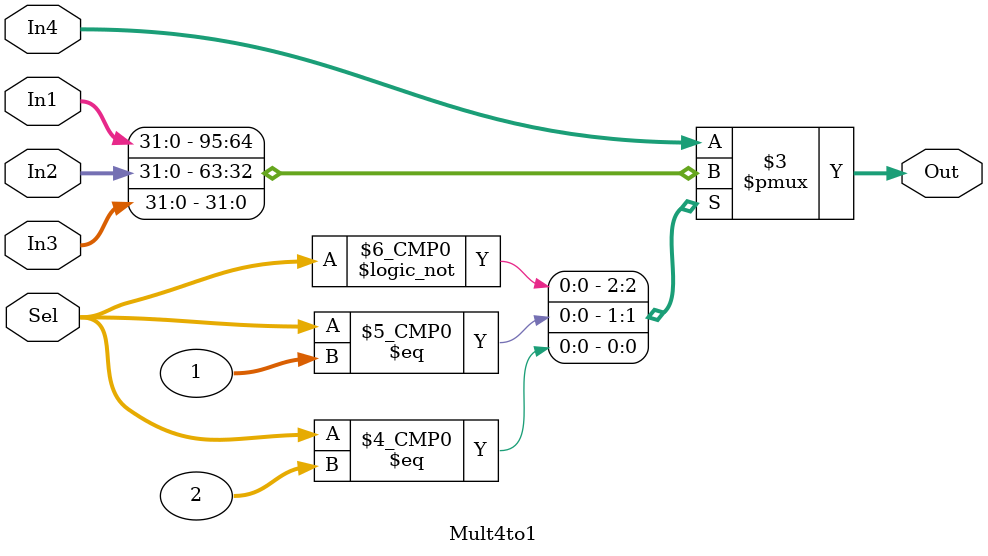
<source format=v>
`timescale 1ns / 1ps
module test_bench;
  reg [31:0] X[0:3], S;
  wire[31:0] Z;

  //instantiate your circuit
  Mult4to1 M4TO1(X[0],X[1],X[2],X[3],S,  Z);

  //Behavioral code block generates stimulus to test circuit
  initial 
  begin
    X[0]<=32'h12345678; X[1]<=32'hABCDEF01;
    X[2]<=32'h56781234; X[3]<=32'hEF01ABCD;
    S<=0; #50 $display("S = %b, MUX output Z = %b \n", S, Z);
    S<=0; #50 $display("S = %b, MUX output Z = %b \n", S, Z);
    S<=0; #50 $display("S = %b, MUX output Z = %b \n", S, Z);
    S<=0; #50 $display("S = %b, MUX output Z = %b \n", S, Z);
   end
endmodule


module Mult4to1(In1,In2,In3,In4,Sel,  Out);
   input[31:0] In1,In2,In3,In4; //four 32-bit inputs
   input[31:0] Sel;             //selection signal
   output[31:0] Out; reg[31:0] Out; //32-bit output

   always @(In1,In2,In3,In4,Sel)
   casex(Sel)  //4->1 multiplexer
      0: Out <= In1;
      1: Out <= In2;
      2: Out <= In3;
      default: Out <= In4;
   endcase
endmodule



</source>
